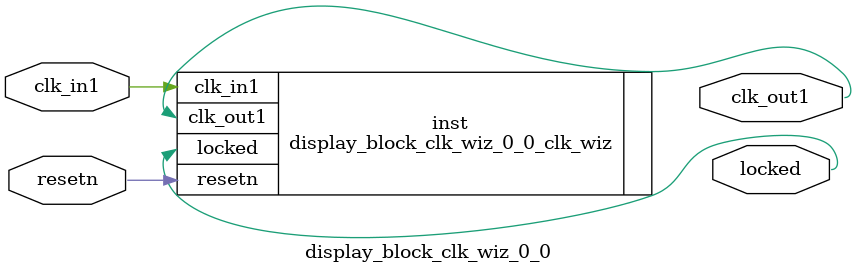
<source format=v>


`timescale 1ps/1ps

(* CORE_GENERATION_INFO = "display_block_clk_wiz_0_0,clk_wiz_v6_0_15_0_0,{component_name=display_block_clk_wiz_0_0,use_phase_alignment=true,use_min_o_jitter=true,use_max_i_jitter=false,use_dyn_phase_shift=false,use_inclk_switchover=false,use_dyn_reconfig=false,enable_axi=0,feedback_source=FDBK_AUTO,PRIMITIVE=MMCM,num_out_clk=1,clkin1_period=10.000,clkin2_period=10.000,use_power_down=false,use_reset=true,use_locked=true,use_inclk_stopped=false,feedback_type=SINGLE,CLOCK_MGR_TYPE=NA,manual_override=false}" *)

module display_block_clk_wiz_0_0 
 (
  // Clock out ports
  output        clk_out1,
  // Status and control signals
  input         resetn,
  output        locked,
 // Clock in ports
  input         clk_in1
 );

  display_block_clk_wiz_0_0_clk_wiz inst
  (
  // Clock out ports  
  .clk_out1(clk_out1),
  // Status and control signals               
  .resetn(resetn), 
  .locked(locked),
 // Clock in ports
  .clk_in1(clk_in1)
  );

endmodule

</source>
